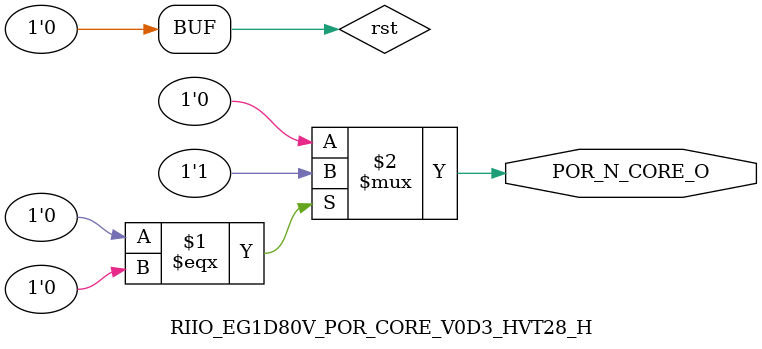
<source format=v>
`timescale 1ns/10ps
`celldefine
module RIIO_EG1D80V_POR_CORE_V0D3_HVT28_H(
	
		  POR_N_CORE_O
	
`ifdef USE_PG_PIN
		, VDDIO
		, VSSIO
		, VDD
		, VSS
		, VDD_POR
		, VSS_POR
`endif// USE_PG_PIN
);

	
	//outputs
output
`ifdef USE_AMS_EXTENSION
`ifdef INCA
    (* integer supplySensitivity = "VDD_POR";
	   integer groundSensitivity = "VSS_POR"; *)
`endif//INCA
`endif//USE_AMS_EXTENSION
  POR_N_CORE_O;



`ifdef USE_PG_PIN
	// supply
inout 
`ifdef USE_AMS_EXTENSION
`ifdef INCA
    (* integer inh_conn_prop_name = "vddio";
       integer inh_conn_def_value = "cds_globals.\\VDDIO! "; *)
`endif//INCA
`endif//USE_AMS_EXTENSION
  VDDIO;
inout 
`ifdef USE_AMS_EXTENSION
`ifdef INCA
    (* integer inh_conn_prop_name = "vssio";
       integer inh_conn_def_value = "cds_globals.\\VSSIO! "; *)
`endif//INCA
`endif//USE_AMS_EXTENSION
  VSSIO;
inout 
`ifdef USE_AMS_EXTENSION
`ifdef INCA
    (* integer inh_conn_prop_name = "vdd";
       integer inh_conn_def_value = "cds_globals.\\VDD! "; *)
`endif//INCA
`endif//USE_AMS_EXTENSION
  VDD;
inout 
`ifdef USE_AMS_EXTENSION
`ifdef INCA
    (* integer inh_conn_prop_name = "vss";
       integer inh_conn_def_value = "cds_globals.\\VSS! "; *)
`endif//INCA
`endif//USE_AMS_EXTENSION
  VSS;

inout 
`ifdef USE_AMS_EXTENSION
`ifdef INCA
    (* integer inh_conn_prop_name = "vdd_por";
       integer inh_conn_def_value = "cds_globals.\\VDD_POR! "; *)
`endif//INCA
`endif//USE_AMS_EXTENSION
  VDD_POR;
inout 
`ifdef USE_AMS_EXTENSION
`ifdef INCA
    (* integer inh_conn_prop_name = "vss_por";
       integer inh_conn_def_value = "cds_globals.\\VSS_POR! "; *)
`endif//INCA
`endif//USE_AMS_EXTENSION
  VSS_POR;
  
`endif// USE_PG_PIN


//////////////////////////////////////////////////////////
//MODEL
//////////////////////////////////////////////////////////

parameter DELAY = 20;

wire rst;
assign #(DELAY) rst = 1'b0;

assign POR_N_CORE_O = (rst===1'b0) ? 1'b1 : 1'b0;

endmodule
`endcelldefine

</source>
